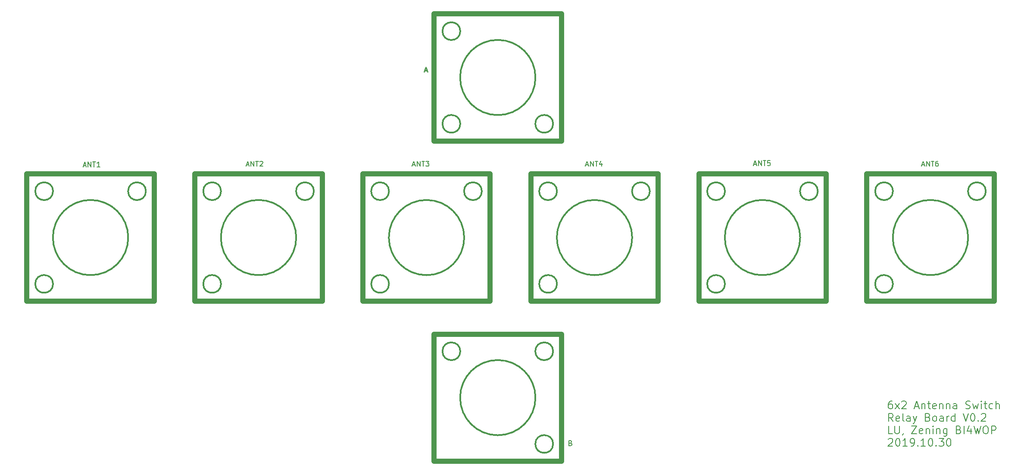
<source format=gbr>
%TF.GenerationSoftware,KiCad,Pcbnew,(6.0.0-rc1-dev-882-gdbc9130da)*%
%TF.CreationDate,2019-10-30T14:39:13+08:00*%
%TF.ProjectId,AntennaSwitch_6x2_RelayBoard,416E74656E6E615377697463685F3678,rev?*%
%TF.SameCoordinates,Original*%
%TF.FileFunction,Legend,Top*%
%TF.FilePolarity,Positive*%
%FSLAX46Y46*%
G04 Gerber Fmt 4.6, Leading zero omitted, Abs format (unit mm)*
G04 Created by KiCad (PCBNEW (6.0.0-rc1-dev-882-gdbc9130da)) date 2019/10/30 14:39:13*
%MOMM*%
%LPD*%
G01*
G04 APERTURE LIST*
%ADD10C,0.200000*%
%ADD11C,0.150000*%
%ADD12C,0.250000*%
%ADD13C,0.300000*%
%ADD14C,1.000000*%
G04 APERTURE END LIST*
D10*
X227444000Y-127202571D02*
X227158285Y-127202571D01*
X227015428Y-127274000D01*
X226944000Y-127345428D01*
X226801142Y-127559714D01*
X226729714Y-127845428D01*
X226729714Y-128416857D01*
X226801142Y-128559714D01*
X226872571Y-128631142D01*
X227015428Y-128702571D01*
X227301142Y-128702571D01*
X227444000Y-128631142D01*
X227515428Y-128559714D01*
X227586857Y-128416857D01*
X227586857Y-128059714D01*
X227515428Y-127916857D01*
X227444000Y-127845428D01*
X227301142Y-127774000D01*
X227015428Y-127774000D01*
X226872571Y-127845428D01*
X226801142Y-127916857D01*
X226729714Y-128059714D01*
X228086857Y-128702571D02*
X228872571Y-127702571D01*
X228086857Y-127702571D02*
X228872571Y-128702571D01*
X229372571Y-127345428D02*
X229444000Y-127274000D01*
X229586857Y-127202571D01*
X229944000Y-127202571D01*
X230086857Y-127274000D01*
X230158285Y-127345428D01*
X230229714Y-127488285D01*
X230229714Y-127631142D01*
X230158285Y-127845428D01*
X229301142Y-128702571D01*
X230229714Y-128702571D01*
X231944000Y-128274000D02*
X232658285Y-128274000D01*
X231801142Y-128702571D02*
X232301142Y-127202571D01*
X232801142Y-128702571D01*
X233301142Y-127702571D02*
X233301142Y-128702571D01*
X233301142Y-127845428D02*
X233372571Y-127774000D01*
X233515428Y-127702571D01*
X233729714Y-127702571D01*
X233872571Y-127774000D01*
X233944000Y-127916857D01*
X233944000Y-128702571D01*
X234444000Y-127702571D02*
X235015428Y-127702571D01*
X234658285Y-127202571D02*
X234658285Y-128488285D01*
X234729714Y-128631142D01*
X234872571Y-128702571D01*
X235015428Y-128702571D01*
X236086857Y-128631142D02*
X235944000Y-128702571D01*
X235658285Y-128702571D01*
X235515428Y-128631142D01*
X235444000Y-128488285D01*
X235444000Y-127916857D01*
X235515428Y-127774000D01*
X235658285Y-127702571D01*
X235944000Y-127702571D01*
X236086857Y-127774000D01*
X236158285Y-127916857D01*
X236158285Y-128059714D01*
X235444000Y-128202571D01*
X236801142Y-127702571D02*
X236801142Y-128702571D01*
X236801142Y-127845428D02*
X236872571Y-127774000D01*
X237015428Y-127702571D01*
X237229714Y-127702571D01*
X237372571Y-127774000D01*
X237444000Y-127916857D01*
X237444000Y-128702571D01*
X238158285Y-127702571D02*
X238158285Y-128702571D01*
X238158285Y-127845428D02*
X238229714Y-127774000D01*
X238372571Y-127702571D01*
X238586857Y-127702571D01*
X238729714Y-127774000D01*
X238801142Y-127916857D01*
X238801142Y-128702571D01*
X240158285Y-128702571D02*
X240158285Y-127916857D01*
X240086857Y-127774000D01*
X239944000Y-127702571D01*
X239658285Y-127702571D01*
X239515428Y-127774000D01*
X240158285Y-128631142D02*
X240015428Y-128702571D01*
X239658285Y-128702571D01*
X239515428Y-128631142D01*
X239444000Y-128488285D01*
X239444000Y-128345428D01*
X239515428Y-128202571D01*
X239658285Y-128131142D01*
X240015428Y-128131142D01*
X240158285Y-128059714D01*
X241944000Y-128631142D02*
X242158285Y-128702571D01*
X242515428Y-128702571D01*
X242658285Y-128631142D01*
X242729714Y-128559714D01*
X242801142Y-128416857D01*
X242801142Y-128274000D01*
X242729714Y-128131142D01*
X242658285Y-128059714D01*
X242515428Y-127988285D01*
X242229714Y-127916857D01*
X242086857Y-127845428D01*
X242015428Y-127774000D01*
X241944000Y-127631142D01*
X241944000Y-127488285D01*
X242015428Y-127345428D01*
X242086857Y-127274000D01*
X242229714Y-127202571D01*
X242586857Y-127202571D01*
X242801142Y-127274000D01*
X243301142Y-127702571D02*
X243586857Y-128702571D01*
X243872571Y-127988285D01*
X244158285Y-128702571D01*
X244444000Y-127702571D01*
X245015428Y-128702571D02*
X245015428Y-127702571D01*
X245015428Y-127202571D02*
X244944000Y-127274000D01*
X245015428Y-127345428D01*
X245086857Y-127274000D01*
X245015428Y-127202571D01*
X245015428Y-127345428D01*
X245515428Y-127702571D02*
X246086857Y-127702571D01*
X245729714Y-127202571D02*
X245729714Y-128488285D01*
X245801142Y-128631142D01*
X245944000Y-128702571D01*
X246086857Y-128702571D01*
X247229714Y-128631142D02*
X247086857Y-128702571D01*
X246801142Y-128702571D01*
X246658285Y-128631142D01*
X246586857Y-128559714D01*
X246515428Y-128416857D01*
X246515428Y-127988285D01*
X246586857Y-127845428D01*
X246658285Y-127774000D01*
X246801142Y-127702571D01*
X247086857Y-127702571D01*
X247229714Y-127774000D01*
X247872571Y-128702571D02*
X247872571Y-127202571D01*
X248515428Y-128702571D02*
X248515428Y-127916857D01*
X248444000Y-127774000D01*
X248301142Y-127702571D01*
X248086857Y-127702571D01*
X247944000Y-127774000D01*
X247872571Y-127845428D01*
X227658285Y-131152571D02*
X227158285Y-130438285D01*
X226801142Y-131152571D02*
X226801142Y-129652571D01*
X227372571Y-129652571D01*
X227515428Y-129724000D01*
X227586857Y-129795428D01*
X227658285Y-129938285D01*
X227658285Y-130152571D01*
X227586857Y-130295428D01*
X227515428Y-130366857D01*
X227372571Y-130438285D01*
X226801142Y-130438285D01*
X228872571Y-131081142D02*
X228729714Y-131152571D01*
X228444000Y-131152571D01*
X228301142Y-131081142D01*
X228229714Y-130938285D01*
X228229714Y-130366857D01*
X228301142Y-130224000D01*
X228444000Y-130152571D01*
X228729714Y-130152571D01*
X228872571Y-130224000D01*
X228944000Y-130366857D01*
X228944000Y-130509714D01*
X228229714Y-130652571D01*
X229801142Y-131152571D02*
X229658285Y-131081142D01*
X229586857Y-130938285D01*
X229586857Y-129652571D01*
X231015428Y-131152571D02*
X231015428Y-130366857D01*
X230944000Y-130224000D01*
X230801142Y-130152571D01*
X230515428Y-130152571D01*
X230372571Y-130224000D01*
X231015428Y-131081142D02*
X230872571Y-131152571D01*
X230515428Y-131152571D01*
X230372571Y-131081142D01*
X230301142Y-130938285D01*
X230301142Y-130795428D01*
X230372571Y-130652571D01*
X230515428Y-130581142D01*
X230872571Y-130581142D01*
X231015428Y-130509714D01*
X231586857Y-130152571D02*
X231944000Y-131152571D01*
X232301142Y-130152571D02*
X231944000Y-131152571D01*
X231801142Y-131509714D01*
X231729714Y-131581142D01*
X231586857Y-131652571D01*
X234515428Y-130366857D02*
X234729714Y-130438285D01*
X234801142Y-130509714D01*
X234872571Y-130652571D01*
X234872571Y-130866857D01*
X234801142Y-131009714D01*
X234729714Y-131081142D01*
X234586857Y-131152571D01*
X234015428Y-131152571D01*
X234015428Y-129652571D01*
X234515428Y-129652571D01*
X234658285Y-129724000D01*
X234729714Y-129795428D01*
X234801142Y-129938285D01*
X234801142Y-130081142D01*
X234729714Y-130224000D01*
X234658285Y-130295428D01*
X234515428Y-130366857D01*
X234015428Y-130366857D01*
X235729714Y-131152571D02*
X235586857Y-131081142D01*
X235515428Y-131009714D01*
X235444000Y-130866857D01*
X235444000Y-130438285D01*
X235515428Y-130295428D01*
X235586857Y-130224000D01*
X235729714Y-130152571D01*
X235944000Y-130152571D01*
X236086857Y-130224000D01*
X236158285Y-130295428D01*
X236229714Y-130438285D01*
X236229714Y-130866857D01*
X236158285Y-131009714D01*
X236086857Y-131081142D01*
X235944000Y-131152571D01*
X235729714Y-131152571D01*
X237515428Y-131152571D02*
X237515428Y-130366857D01*
X237444000Y-130224000D01*
X237301142Y-130152571D01*
X237015428Y-130152571D01*
X236872571Y-130224000D01*
X237515428Y-131081142D02*
X237372571Y-131152571D01*
X237015428Y-131152571D01*
X236872571Y-131081142D01*
X236801142Y-130938285D01*
X236801142Y-130795428D01*
X236872571Y-130652571D01*
X237015428Y-130581142D01*
X237372571Y-130581142D01*
X237515428Y-130509714D01*
X238229714Y-131152571D02*
X238229714Y-130152571D01*
X238229714Y-130438285D02*
X238301142Y-130295428D01*
X238372571Y-130224000D01*
X238515428Y-130152571D01*
X238658285Y-130152571D01*
X239801142Y-131152571D02*
X239801142Y-129652571D01*
X239801142Y-131081142D02*
X239658285Y-131152571D01*
X239372571Y-131152571D01*
X239229714Y-131081142D01*
X239158285Y-131009714D01*
X239086857Y-130866857D01*
X239086857Y-130438285D01*
X239158285Y-130295428D01*
X239229714Y-130224000D01*
X239372571Y-130152571D01*
X239658285Y-130152571D01*
X239801142Y-130224000D01*
X241444000Y-129652571D02*
X241944000Y-131152571D01*
X242444000Y-129652571D01*
X243229714Y-129652571D02*
X243372571Y-129652571D01*
X243515428Y-129724000D01*
X243586857Y-129795428D01*
X243658285Y-129938285D01*
X243729714Y-130224000D01*
X243729714Y-130581142D01*
X243658285Y-130866857D01*
X243586857Y-131009714D01*
X243515428Y-131081142D01*
X243372571Y-131152571D01*
X243229714Y-131152571D01*
X243086857Y-131081142D01*
X243015428Y-131009714D01*
X242944000Y-130866857D01*
X242872571Y-130581142D01*
X242872571Y-130224000D01*
X242944000Y-129938285D01*
X243015428Y-129795428D01*
X243086857Y-129724000D01*
X243229714Y-129652571D01*
X244372571Y-131009714D02*
X244444000Y-131081142D01*
X244372571Y-131152571D01*
X244301142Y-131081142D01*
X244372571Y-131009714D01*
X244372571Y-131152571D01*
X245015428Y-129795428D02*
X245086857Y-129724000D01*
X245229714Y-129652571D01*
X245586857Y-129652571D01*
X245729714Y-129724000D01*
X245801142Y-129795428D01*
X245872571Y-129938285D01*
X245872571Y-130081142D01*
X245801142Y-130295428D01*
X244944000Y-131152571D01*
X245872571Y-131152571D01*
X227515428Y-133602571D02*
X226801142Y-133602571D01*
X226801142Y-132102571D01*
X228015428Y-132102571D02*
X228015428Y-133316857D01*
X228086857Y-133459714D01*
X228158285Y-133531142D01*
X228301142Y-133602571D01*
X228586857Y-133602571D01*
X228729714Y-133531142D01*
X228801142Y-133459714D01*
X228872571Y-133316857D01*
X228872571Y-132102571D01*
X229658285Y-133531142D02*
X229658285Y-133602571D01*
X229586857Y-133745428D01*
X229515428Y-133816857D01*
X231301142Y-132102571D02*
X232301142Y-132102571D01*
X231301142Y-133602571D01*
X232301142Y-133602571D01*
X233444000Y-133531142D02*
X233301142Y-133602571D01*
X233015428Y-133602571D01*
X232872571Y-133531142D01*
X232801142Y-133388285D01*
X232801142Y-132816857D01*
X232872571Y-132674000D01*
X233015428Y-132602571D01*
X233301142Y-132602571D01*
X233444000Y-132674000D01*
X233515428Y-132816857D01*
X233515428Y-132959714D01*
X232801142Y-133102571D01*
X234158285Y-132602571D02*
X234158285Y-133602571D01*
X234158285Y-132745428D02*
X234229714Y-132674000D01*
X234372571Y-132602571D01*
X234586857Y-132602571D01*
X234729714Y-132674000D01*
X234801142Y-132816857D01*
X234801142Y-133602571D01*
X235515428Y-133602571D02*
X235515428Y-132602571D01*
X235515428Y-132102571D02*
X235444000Y-132174000D01*
X235515428Y-132245428D01*
X235586857Y-132174000D01*
X235515428Y-132102571D01*
X235515428Y-132245428D01*
X236229714Y-132602571D02*
X236229714Y-133602571D01*
X236229714Y-132745428D02*
X236301142Y-132674000D01*
X236444000Y-132602571D01*
X236658285Y-132602571D01*
X236801142Y-132674000D01*
X236872571Y-132816857D01*
X236872571Y-133602571D01*
X238229714Y-132602571D02*
X238229714Y-133816857D01*
X238158285Y-133959714D01*
X238086857Y-134031142D01*
X237944000Y-134102571D01*
X237729714Y-134102571D01*
X237586857Y-134031142D01*
X238229714Y-133531142D02*
X238086857Y-133602571D01*
X237801142Y-133602571D01*
X237658285Y-133531142D01*
X237586857Y-133459714D01*
X237515428Y-133316857D01*
X237515428Y-132888285D01*
X237586857Y-132745428D01*
X237658285Y-132674000D01*
X237801142Y-132602571D01*
X238086857Y-132602571D01*
X238229714Y-132674000D01*
X240586857Y-132816857D02*
X240801142Y-132888285D01*
X240872571Y-132959714D01*
X240944000Y-133102571D01*
X240944000Y-133316857D01*
X240872571Y-133459714D01*
X240801142Y-133531142D01*
X240658285Y-133602571D01*
X240086857Y-133602571D01*
X240086857Y-132102571D01*
X240586857Y-132102571D01*
X240729714Y-132174000D01*
X240801142Y-132245428D01*
X240872571Y-132388285D01*
X240872571Y-132531142D01*
X240801142Y-132674000D01*
X240729714Y-132745428D01*
X240586857Y-132816857D01*
X240086857Y-132816857D01*
X241586857Y-133602571D02*
X241586857Y-132102571D01*
X242944000Y-132602571D02*
X242944000Y-133602571D01*
X242586857Y-132031142D02*
X242229714Y-133102571D01*
X243158285Y-133102571D01*
X243586857Y-132102571D02*
X243944000Y-133602571D01*
X244229714Y-132531142D01*
X244515428Y-133602571D01*
X244872571Y-132102571D01*
X245729714Y-132102571D02*
X246015428Y-132102571D01*
X246158285Y-132174000D01*
X246301142Y-132316857D01*
X246372571Y-132602571D01*
X246372571Y-133102571D01*
X246301142Y-133388285D01*
X246158285Y-133531142D01*
X246015428Y-133602571D01*
X245729714Y-133602571D01*
X245586857Y-133531142D01*
X245444000Y-133388285D01*
X245372571Y-133102571D01*
X245372571Y-132602571D01*
X245444000Y-132316857D01*
X245586857Y-132174000D01*
X245729714Y-132102571D01*
X247015428Y-133602571D02*
X247015428Y-132102571D01*
X247586857Y-132102571D01*
X247729714Y-132174000D01*
X247801142Y-132245428D01*
X247872571Y-132388285D01*
X247872571Y-132602571D01*
X247801142Y-132745428D01*
X247729714Y-132816857D01*
X247586857Y-132888285D01*
X247015428Y-132888285D01*
X226729714Y-134695428D02*
X226801142Y-134624000D01*
X226944000Y-134552571D01*
X227301142Y-134552571D01*
X227444000Y-134624000D01*
X227515428Y-134695428D01*
X227586857Y-134838285D01*
X227586857Y-134981142D01*
X227515428Y-135195428D01*
X226658285Y-136052571D01*
X227586857Y-136052571D01*
X228515428Y-134552571D02*
X228658285Y-134552571D01*
X228801142Y-134624000D01*
X228872571Y-134695428D01*
X228944000Y-134838285D01*
X229015428Y-135124000D01*
X229015428Y-135481142D01*
X228944000Y-135766857D01*
X228872571Y-135909714D01*
X228801142Y-135981142D01*
X228658285Y-136052571D01*
X228515428Y-136052571D01*
X228372571Y-135981142D01*
X228301142Y-135909714D01*
X228229714Y-135766857D01*
X228158285Y-135481142D01*
X228158285Y-135124000D01*
X228229714Y-134838285D01*
X228301142Y-134695428D01*
X228372571Y-134624000D01*
X228515428Y-134552571D01*
X230444000Y-136052571D02*
X229586857Y-136052571D01*
X230015428Y-136052571D02*
X230015428Y-134552571D01*
X229872571Y-134766857D01*
X229729714Y-134909714D01*
X229586857Y-134981142D01*
X231158285Y-136052571D02*
X231444000Y-136052571D01*
X231586857Y-135981142D01*
X231658285Y-135909714D01*
X231801142Y-135695428D01*
X231872571Y-135409714D01*
X231872571Y-134838285D01*
X231801142Y-134695428D01*
X231729714Y-134624000D01*
X231586857Y-134552571D01*
X231301142Y-134552571D01*
X231158285Y-134624000D01*
X231086857Y-134695428D01*
X231015428Y-134838285D01*
X231015428Y-135195428D01*
X231086857Y-135338285D01*
X231158285Y-135409714D01*
X231301142Y-135481142D01*
X231586857Y-135481142D01*
X231729714Y-135409714D01*
X231801142Y-135338285D01*
X231872571Y-135195428D01*
X232515428Y-135909714D02*
X232586857Y-135981142D01*
X232515428Y-136052571D01*
X232444000Y-135981142D01*
X232515428Y-135909714D01*
X232515428Y-136052571D01*
X234015428Y-136052571D02*
X233158285Y-136052571D01*
X233586857Y-136052571D02*
X233586857Y-134552571D01*
X233444000Y-134766857D01*
X233301142Y-134909714D01*
X233158285Y-134981142D01*
X234944000Y-134552571D02*
X235086857Y-134552571D01*
X235229714Y-134624000D01*
X235301142Y-134695428D01*
X235372571Y-134838285D01*
X235444000Y-135124000D01*
X235444000Y-135481142D01*
X235372571Y-135766857D01*
X235301142Y-135909714D01*
X235229714Y-135981142D01*
X235086857Y-136052571D01*
X234944000Y-136052571D01*
X234801142Y-135981142D01*
X234729714Y-135909714D01*
X234658285Y-135766857D01*
X234586857Y-135481142D01*
X234586857Y-135124000D01*
X234658285Y-134838285D01*
X234729714Y-134695428D01*
X234801142Y-134624000D01*
X234944000Y-134552571D01*
X236086857Y-135909714D02*
X236158285Y-135981142D01*
X236086857Y-136052571D01*
X236015428Y-135981142D01*
X236086857Y-135909714D01*
X236086857Y-136052571D01*
X236658285Y-134552571D02*
X237586857Y-134552571D01*
X237086857Y-135124000D01*
X237301142Y-135124000D01*
X237444000Y-135195428D01*
X237515428Y-135266857D01*
X237586857Y-135409714D01*
X237586857Y-135766857D01*
X237515428Y-135909714D01*
X237444000Y-135981142D01*
X237301142Y-136052571D01*
X236872571Y-136052571D01*
X236729714Y-135981142D01*
X236658285Y-135909714D01*
X238515428Y-134552571D02*
X238658285Y-134552571D01*
X238801142Y-134624000D01*
X238872571Y-134695428D01*
X238944000Y-134838285D01*
X239015428Y-135124000D01*
X239015428Y-135481142D01*
X238944000Y-135766857D01*
X238872571Y-135909714D01*
X238801142Y-135981142D01*
X238658285Y-136052571D01*
X238515428Y-136052571D01*
X238372571Y-135981142D01*
X238301142Y-135909714D01*
X238229714Y-135766857D01*
X238158285Y-135481142D01*
X238158285Y-135124000D01*
X238229714Y-134838285D01*
X238301142Y-134695428D01*
X238372571Y-134624000D01*
X238515428Y-134552571D01*
D11*
X233330952Y-80684666D02*
X233807142Y-80684666D01*
X233235714Y-80970380D02*
X233569047Y-79970380D01*
X233902380Y-80970380D01*
X234235714Y-80970380D02*
X234235714Y-79970380D01*
X234807142Y-80970380D01*
X234807142Y-79970380D01*
X235140476Y-79970380D02*
X235711904Y-79970380D01*
X235426190Y-80970380D02*
X235426190Y-79970380D01*
X236473809Y-79970380D02*
X236283333Y-79970380D01*
X236188095Y-80018000D01*
X236140476Y-80065619D01*
X236045238Y-80208476D01*
X235997619Y-80398952D01*
X235997619Y-80779904D01*
X236045238Y-80875142D01*
X236092857Y-80922761D01*
X236188095Y-80970380D01*
X236378571Y-80970380D01*
X236473809Y-80922761D01*
X236521428Y-80875142D01*
X236569047Y-80779904D01*
X236569047Y-80541809D01*
X236521428Y-80446571D01*
X236473809Y-80398952D01*
X236378571Y-80351333D01*
X236188095Y-80351333D01*
X236092857Y-80398952D01*
X236045238Y-80446571D01*
X235997619Y-80541809D01*
X200310952Y-80557666D02*
X200787142Y-80557666D01*
X200215714Y-80843380D02*
X200549047Y-79843380D01*
X200882380Y-80843380D01*
X201215714Y-80843380D02*
X201215714Y-79843380D01*
X201787142Y-80843380D01*
X201787142Y-79843380D01*
X202120476Y-79843380D02*
X202691904Y-79843380D01*
X202406190Y-80843380D02*
X202406190Y-79843380D01*
X203501428Y-79843380D02*
X203025238Y-79843380D01*
X202977619Y-80319571D01*
X203025238Y-80271952D01*
X203120476Y-80224333D01*
X203358571Y-80224333D01*
X203453809Y-80271952D01*
X203501428Y-80319571D01*
X203549047Y-80414809D01*
X203549047Y-80652904D01*
X203501428Y-80748142D01*
X203453809Y-80795761D01*
X203358571Y-80843380D01*
X203120476Y-80843380D01*
X203025238Y-80795761D01*
X202977619Y-80748142D01*
X167290952Y-80684666D02*
X167767142Y-80684666D01*
X167195714Y-80970380D02*
X167529047Y-79970380D01*
X167862380Y-80970380D01*
X168195714Y-80970380D02*
X168195714Y-79970380D01*
X168767142Y-80970380D01*
X168767142Y-79970380D01*
X169100476Y-79970380D02*
X169671904Y-79970380D01*
X169386190Y-80970380D02*
X169386190Y-79970380D01*
X170433809Y-80303714D02*
X170433809Y-80970380D01*
X170195714Y-79922761D02*
X169957619Y-80637047D01*
X170576666Y-80637047D01*
X133254952Y-80684666D02*
X133731142Y-80684666D01*
X133159714Y-80970380D02*
X133493047Y-79970380D01*
X133826380Y-80970380D01*
X134159714Y-80970380D02*
X134159714Y-79970380D01*
X134731142Y-80970380D01*
X134731142Y-79970380D01*
X135064476Y-79970380D02*
X135635904Y-79970380D01*
X135350190Y-80970380D02*
X135350190Y-79970380D01*
X135874000Y-79970380D02*
X136493047Y-79970380D01*
X136159714Y-80351333D01*
X136302571Y-80351333D01*
X136397809Y-80398952D01*
X136445428Y-80446571D01*
X136493047Y-80541809D01*
X136493047Y-80779904D01*
X136445428Y-80875142D01*
X136397809Y-80922761D01*
X136302571Y-80970380D01*
X136016857Y-80970380D01*
X135921619Y-80922761D01*
X135874000Y-80875142D01*
X100615952Y-80684666D02*
X101092142Y-80684666D01*
X100520714Y-80970380D02*
X100854047Y-79970380D01*
X101187380Y-80970380D01*
X101520714Y-80970380D02*
X101520714Y-79970380D01*
X102092142Y-80970380D01*
X102092142Y-79970380D01*
X102425476Y-79970380D02*
X102996904Y-79970380D01*
X102711190Y-80970380D02*
X102711190Y-79970380D01*
X103282619Y-80065619D02*
X103330238Y-80018000D01*
X103425476Y-79970380D01*
X103663571Y-79970380D01*
X103758809Y-80018000D01*
X103806428Y-80065619D01*
X103854047Y-80160857D01*
X103854047Y-80256095D01*
X103806428Y-80398952D01*
X103235000Y-80970380D01*
X103854047Y-80970380D01*
X68611952Y-80811666D02*
X69088142Y-80811666D01*
X68516714Y-81097380D02*
X68850047Y-80097380D01*
X69183380Y-81097380D01*
X69516714Y-81097380D02*
X69516714Y-80097380D01*
X70088142Y-81097380D01*
X70088142Y-80097380D01*
X70421476Y-80097380D02*
X70992904Y-80097380D01*
X70707190Y-81097380D02*
X70707190Y-80097380D01*
X71850047Y-81097380D02*
X71278619Y-81097380D01*
X71564333Y-81097380D02*
X71564333Y-80097380D01*
X71469095Y-80240238D01*
X71373857Y-80335476D01*
X71278619Y-80383095D01*
D10*
X164282428Y-135437571D02*
X164425285Y-135485190D01*
X164472904Y-135532809D01*
X164520523Y-135628047D01*
X164520523Y-135770904D01*
X164472904Y-135866142D01*
X164425285Y-135913761D01*
X164330047Y-135961380D01*
X163949095Y-135961380D01*
X163949095Y-134961380D01*
X164282428Y-134961380D01*
X164377666Y-135009000D01*
X164425285Y-135056619D01*
X164472904Y-135151857D01*
X164472904Y-135247095D01*
X164425285Y-135342333D01*
X164377666Y-135389952D01*
X164282428Y-135437571D01*
X163949095Y-135437571D01*
D12*
X135651904Y-62142666D02*
X136128095Y-62142666D01*
X135556666Y-62428380D02*
X135890000Y-61428380D01*
X136223333Y-62428380D01*
D13*
X157400000Y-126500000D02*
G75*
G03X157400000Y-126500000I-7400000J0D01*
G01*
X160870000Y-135620000D02*
G75*
G03X160870000Y-135620000I-1750000J0D01*
G01*
X160870000Y-117380000D02*
G75*
G03X160870000Y-117380000I-1750000J0D01*
G01*
X142630000Y-117380000D02*
G75*
G03X142630000Y-117380000I-1750000J0D01*
G01*
D14*
X162500000Y-139000000D02*
X162500000Y-114000000D01*
X162500000Y-114000000D02*
X137500000Y-114000000D01*
X137500000Y-139000000D02*
X137500000Y-114000000D01*
X162500000Y-139000000D02*
X137500000Y-139000000D01*
D13*
X242400000Y-95000000D02*
G75*
G03X242400000Y-95000000I-7400000J0D01*
G01*
X245870000Y-85880000D02*
G75*
G03X245870000Y-85880000I-1750000J0D01*
G01*
X227630000Y-85880000D02*
G75*
G03X227630000Y-85880000I-1750000J0D01*
G01*
X227630000Y-104120000D02*
G75*
G03X227630000Y-104120000I-1750000J0D01*
G01*
D14*
X247500000Y-82500000D02*
X222500000Y-82500000D01*
X222500000Y-82500000D02*
X222500000Y-107500000D01*
X247500000Y-107500000D02*
X222500000Y-107500000D01*
X247500000Y-82500000D02*
X247500000Y-107500000D01*
D13*
X209400000Y-95000000D02*
G75*
G03X209400000Y-95000000I-7400000J0D01*
G01*
X212870000Y-85880000D02*
G75*
G03X212870000Y-85880000I-1750000J0D01*
G01*
X194630000Y-85880000D02*
G75*
G03X194630000Y-85880000I-1750000J0D01*
G01*
X194630000Y-104120000D02*
G75*
G03X194630000Y-104120000I-1750000J0D01*
G01*
D14*
X214500000Y-82500000D02*
X189500000Y-82500000D01*
X189500000Y-82500000D02*
X189500000Y-107500000D01*
X214500000Y-107500000D02*
X189500000Y-107500000D01*
X214500000Y-82500000D02*
X214500000Y-107500000D01*
D13*
X176400000Y-95000000D02*
G75*
G03X176400000Y-95000000I-7400000J0D01*
G01*
X179870000Y-85880000D02*
G75*
G03X179870000Y-85880000I-1750000J0D01*
G01*
X161630000Y-85880000D02*
G75*
G03X161630000Y-85880000I-1750000J0D01*
G01*
X161630000Y-104120000D02*
G75*
G03X161630000Y-104120000I-1750000J0D01*
G01*
D14*
X181500000Y-82500000D02*
X156500000Y-82500000D01*
X156500000Y-82500000D02*
X156500000Y-107500000D01*
X181500000Y-107500000D02*
X156500000Y-107500000D01*
X181500000Y-82500000D02*
X181500000Y-107500000D01*
D13*
X143400000Y-95000000D02*
G75*
G03X143400000Y-95000000I-7400000J0D01*
G01*
X146870000Y-85880000D02*
G75*
G03X146870000Y-85880000I-1750000J0D01*
G01*
X128630000Y-85880000D02*
G75*
G03X128630000Y-85880000I-1750000J0D01*
G01*
X128630000Y-104120000D02*
G75*
G03X128630000Y-104120000I-1750000J0D01*
G01*
D14*
X148500000Y-82500000D02*
X123500000Y-82500000D01*
X123500000Y-82500000D02*
X123500000Y-107500000D01*
X148500000Y-107500000D02*
X123500000Y-107500000D01*
X148500000Y-82500000D02*
X148500000Y-107500000D01*
D13*
X110400000Y-95000000D02*
G75*
G03X110400000Y-95000000I-7400000J0D01*
G01*
X113870000Y-85880000D02*
G75*
G03X113870000Y-85880000I-1750000J0D01*
G01*
X95630000Y-85880000D02*
G75*
G03X95630000Y-85880000I-1750000J0D01*
G01*
X95630000Y-104120000D02*
G75*
G03X95630000Y-104120000I-1750000J0D01*
G01*
D14*
X115500000Y-82500000D02*
X90500000Y-82500000D01*
X90500000Y-82500000D02*
X90500000Y-107500000D01*
X115500000Y-107500000D02*
X90500000Y-107500000D01*
X115500000Y-82500000D02*
X115500000Y-107500000D01*
D13*
X77400000Y-95000000D02*
G75*
G03X77400000Y-95000000I-7400000J0D01*
G01*
X80870000Y-85880000D02*
G75*
G03X80870000Y-85880000I-1750000J0D01*
G01*
X62630000Y-85880000D02*
G75*
G03X62630000Y-85880000I-1750000J0D01*
G01*
X62630000Y-104120000D02*
G75*
G03X62630000Y-104120000I-1750000J0D01*
G01*
D14*
X82500000Y-82500000D02*
X57500000Y-82500000D01*
X57500000Y-82500000D02*
X57500000Y-107500000D01*
X82500000Y-107500000D02*
X57500000Y-107500000D01*
X82500000Y-82500000D02*
X82500000Y-107500000D01*
D13*
X157400000Y-63500000D02*
G75*
G03X157400000Y-63500000I-7400000J0D01*
G01*
X142630000Y-54380000D02*
G75*
G03X142630000Y-54380000I-1750000J0D01*
G01*
X142630000Y-72620000D02*
G75*
G03X142630000Y-72620000I-1750000J0D01*
G01*
X160870000Y-72620000D02*
G75*
G03X160870000Y-72620000I-1750000J0D01*
G01*
D14*
X137500000Y-51000000D02*
X137500000Y-76000000D01*
X137500000Y-76000000D02*
X162500000Y-76000000D01*
X162500000Y-51000000D02*
X162500000Y-76000000D01*
X137500000Y-51000000D02*
X162500000Y-51000000D01*
M02*

</source>
